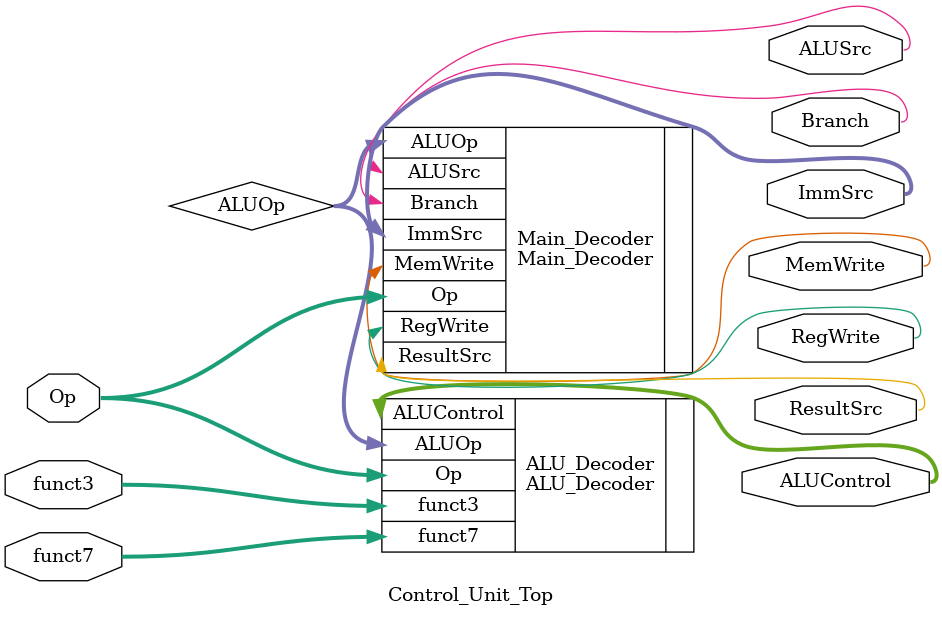
<source format=v>
`timescale 1ns / 1ps


module Control_Unit_Top(Op, RegWrite,ImmSrc, ALUSrc, MemWrite, ResultSrc, Branch, funct3, funct7, ALUControl);
input [6:0]Op, funct7;
input [2:0] funct3;
output RegWrite, ALUSrc, MemWrite, ResultSrc, Branch;
output [1:0]ImmSrc;
output [2:0]ALUControl;

wire [1:0]ALUOp;
Main_Decoder Main_Decoder(.Op(Op), .RegWrite(RegWrite), .ImmSrc(ImmSrc), .MemWrite(MemWrite), .ResultSrc(ResultSrc), .Branch(Branch), .ALUSrc(ALUSrc), .ALUOp(ALUOp));
ALU_Decoder ALU_Decoder(.ALUOp(ALUOp), .funct3(funct3), .funct7(funct7), .Op(Op), .ALUControl(ALUControl));

endmodule

</source>
